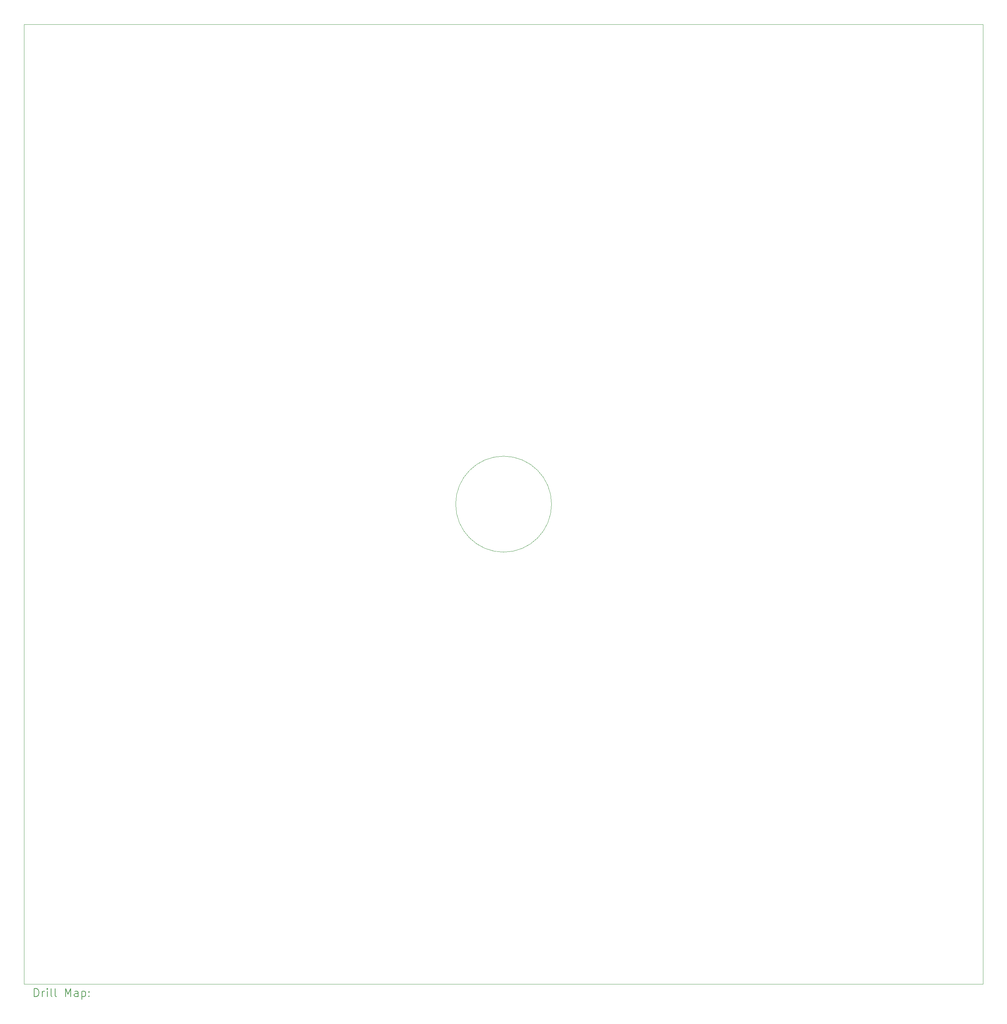
<source format=gbr>
%TF.GenerationSoftware,KiCad,Pcbnew,(6.0.10-0)*%
%TF.CreationDate,2023-02-20T09:20:55-05:00*%
%TF.ProjectId,Grad_Cap,47726164-5f43-4617-902e-6b696361645f,rev?*%
%TF.SameCoordinates,Original*%
%TF.FileFunction,Drillmap*%
%TF.FilePolarity,Positive*%
%FSLAX45Y45*%
G04 Gerber Fmt 4.5, Leading zero omitted, Abs format (unit mm)*
G04 Created by KiCad (PCBNEW (6.0.10-0)) date 2023-02-20 09:20:55*
%MOMM*%
%LPD*%
G01*
G04 APERTURE LIST*
%ADD10C,0.100000*%
%ADD11C,0.200000*%
G04 APERTURE END LIST*
D10*
X20229865Y-19070726D02*
G75*
G03*
X20229865Y-19070726I-1200000J0D01*
G01*
X31029865Y-31070726D02*
X7029865Y-31070726D01*
X7029865Y-7070726D01*
X31029865Y-7070726D01*
X31029865Y-31070726D01*
D11*
X7282484Y-31386202D02*
X7282484Y-31186202D01*
X7330103Y-31186202D01*
X7358674Y-31195726D01*
X7377722Y-31214774D01*
X7387246Y-31233821D01*
X7396769Y-31271917D01*
X7396769Y-31300488D01*
X7387246Y-31338583D01*
X7377722Y-31357631D01*
X7358674Y-31376679D01*
X7330103Y-31386202D01*
X7282484Y-31386202D01*
X7482484Y-31386202D02*
X7482484Y-31252869D01*
X7482484Y-31290964D02*
X7492007Y-31271917D01*
X7501531Y-31262393D01*
X7520579Y-31252869D01*
X7539627Y-31252869D01*
X7606293Y-31386202D02*
X7606293Y-31252869D01*
X7606293Y-31186202D02*
X7596769Y-31195726D01*
X7606293Y-31205250D01*
X7615817Y-31195726D01*
X7606293Y-31186202D01*
X7606293Y-31205250D01*
X7730103Y-31386202D02*
X7711055Y-31376679D01*
X7701531Y-31357631D01*
X7701531Y-31186202D01*
X7834865Y-31386202D02*
X7815817Y-31376679D01*
X7806293Y-31357631D01*
X7806293Y-31186202D01*
X8063436Y-31386202D02*
X8063436Y-31186202D01*
X8130103Y-31329060D01*
X8196769Y-31186202D01*
X8196769Y-31386202D01*
X8377722Y-31386202D02*
X8377722Y-31281440D01*
X8368198Y-31262393D01*
X8349150Y-31252869D01*
X8311055Y-31252869D01*
X8292007Y-31262393D01*
X8377722Y-31376679D02*
X8358674Y-31386202D01*
X8311055Y-31386202D01*
X8292007Y-31376679D01*
X8282484Y-31357631D01*
X8282484Y-31338583D01*
X8292007Y-31319536D01*
X8311055Y-31310012D01*
X8358674Y-31310012D01*
X8377722Y-31300488D01*
X8472960Y-31252869D02*
X8472960Y-31452869D01*
X8472960Y-31262393D02*
X8492008Y-31252869D01*
X8530103Y-31252869D01*
X8549150Y-31262393D01*
X8558674Y-31271917D01*
X8568198Y-31290964D01*
X8568198Y-31348107D01*
X8558674Y-31367155D01*
X8549150Y-31376679D01*
X8530103Y-31386202D01*
X8492008Y-31386202D01*
X8472960Y-31376679D01*
X8653912Y-31367155D02*
X8663436Y-31376679D01*
X8653912Y-31386202D01*
X8644389Y-31376679D01*
X8653912Y-31367155D01*
X8653912Y-31386202D01*
X8653912Y-31262393D02*
X8663436Y-31271917D01*
X8653912Y-31281440D01*
X8644389Y-31271917D01*
X8653912Y-31262393D01*
X8653912Y-31281440D01*
M02*

</source>
